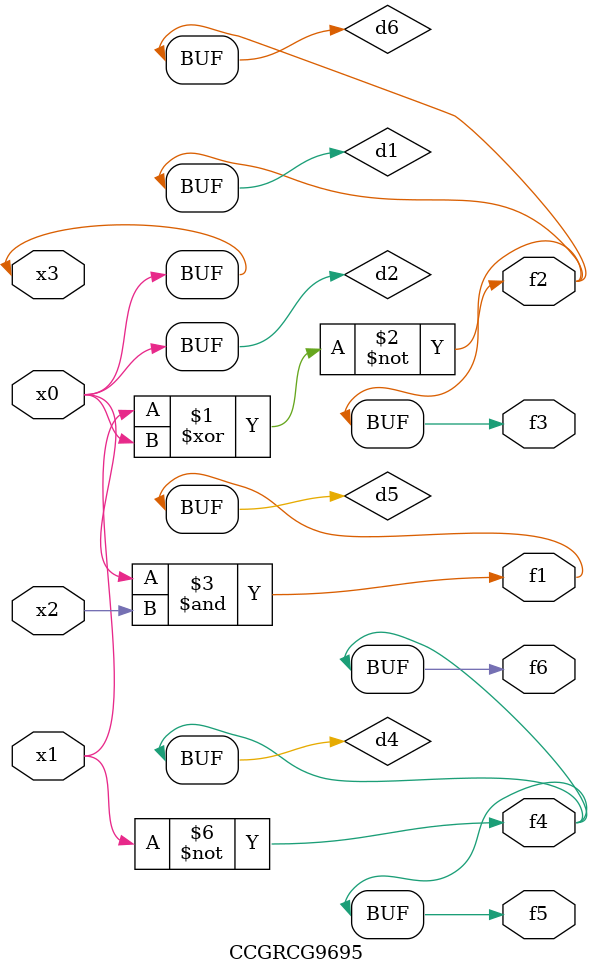
<source format=v>
module CCGRCG9695(
	input x0, x1, x2, x3,
	output f1, f2, f3, f4, f5, f6
);

	wire d1, d2, d3, d4, d5, d6;

	xnor (d1, x1, x3);
	buf (d2, x0, x3);
	nand (d3, x0, x2);
	not (d4, x1);
	nand (d5, d3);
	or (d6, d1);
	assign f1 = d5;
	assign f2 = d6;
	assign f3 = d6;
	assign f4 = d4;
	assign f5 = d4;
	assign f6 = d4;
endmodule

</source>
